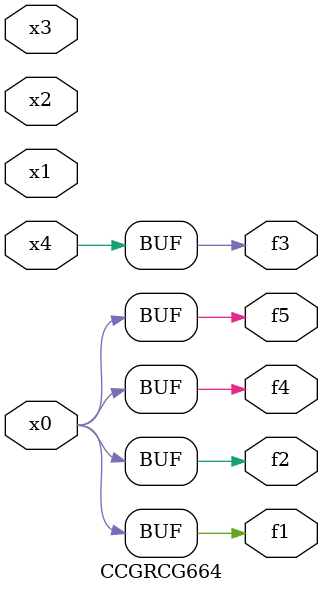
<source format=v>
module CCGRCG664(
	input x0, x1, x2, x3, x4,
	output f1, f2, f3, f4, f5
);
	assign f1 = x0;
	assign f2 = x0;
	assign f3 = x4;
	assign f4 = x0;
	assign f5 = x0;
endmodule

</source>
